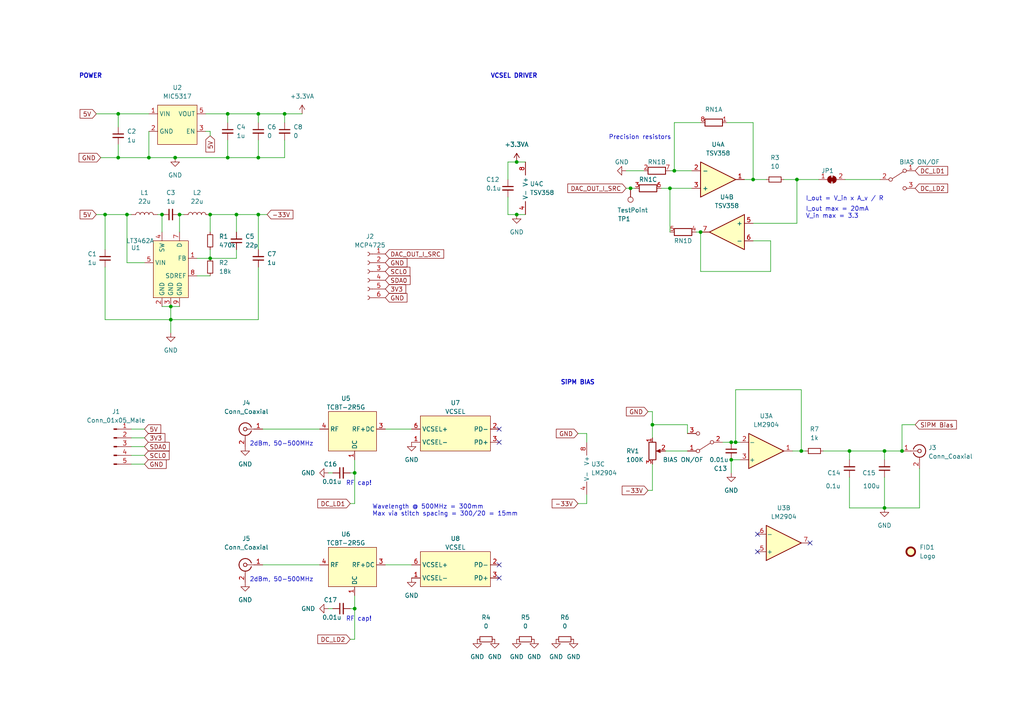
<source format=kicad_sch>
(kicad_sch (version 20211123) (generator eeschema)
  (paper "A4")
  (title_block (title "FD-fNIRS") (date "2022-03-18") (rev "1") (comment 1 "rohitrathnam.n@gmail.com") (comment 2 "Rohit Rathnam Nareshkumar"))
  (lib_symbols
    (symbol "Amplifier_Operational:LM2904" (pin_names (offset 0.127))
      (property "Reference" "U" (at 0 5.08 0))
      (property "Value" "LM2904" (at 0 -5.08 0))
      (symbol "LM2904_1_1"
        (polyline (pts (xy -5.08 5.08) (xy 5.08 0) (xy -5.08 -5.08) (xy -5.08 5.08)) (stroke (width 0.254)) (fill (type background)))
        (pin output line (at 7.62 0 180) (length 2.54) (name "~") (number "1"))
        (pin input line (at -7.62 -2.54 0) (length 2.54) (name "-") (number "2"))
        (pin input line (at -7.62 2.54 0) (length 2.54) (name "+") (number "3"))
      )
      (symbol "LM2904_2_1"
        (polyline (pts (xy -5.08 5.08) (xy 5.08 0) (xy -5.08 -5.08) (xy -5.08 5.08)) (stroke (width 0.254)) (fill (type background)))
        (pin input line (at -7.62 2.54 0) (length 2.54) (name "+") (number "5"))
        (pin input line (at -7.62 -2.54 0) (length 2.54) (name "-") (number "6"))
        (pin output line (at 7.62 0 180) (length 2.54) (name "~") (number "7"))
      )
      (symbol "LM2904_3_1"
        (pin power_in line (at -2.54 -7.62 90) (length 3.81) (name "V-") (number "4"))
        (pin power_in line (at -2.54 7.62 270) (length 3.81) (name "V+") (number "8"))
      )
    )
    (symbol "Connector:Conn_01x05_Male" (pin_names (offset 1.016) hide)
      (property "Reference" "J" (at 0 7.62 0))
      (property "Value" "Conn_01x05_Male" (at 0 -7.62 0))
      (symbol "Conn_01x05_Male_1_1"
        (polyline (pts (xy 1.27 -5.08) (xy 0.8636 -5.08)) (stroke (width 0.1524)))
        (polyline (pts (xy 1.27 -2.54) (xy 0.8636 -2.54)) (stroke (width 0.1524)))
        (polyline (pts (xy 1.27 0) (xy 0.8636 0)) (stroke (width 0.1524)))
        (polyline (pts (xy 1.27 2.54) (xy 0.8636 2.54)) (stroke (width 0.1524)))
        (polyline (pts (xy 1.27 5.08) (xy 0.8636 5.08)) (stroke (width 0.1524)))
        (rectangle (start 0.8636 -4.953) (end 0 -5.207) (stroke (width 0.1524)) (fill (type outline)))
        (rectangle (start 0.8636 -2.413) (end 0 -2.667) (stroke (width 0.1524)) (fill (type outline)))
        (rectangle (start 0.8636 0.127) (end 0 -0.127) (stroke (width 0.1524)) (fill (type outline)))
        (rectangle (start 0.8636 2.667) (end 0 2.413) (stroke (width 0.1524)) (fill (type outline)))
        (rectangle (start 0.8636 5.207) (end 0 4.953) (stroke (width 0.1524)) (fill (type outline)))
        (pin passive line (at 5.08 5.08 180) (length 3.81) (name "Pin_1") (number "1"))
        (pin passive line (at 5.08 2.54 180) (length 3.81) (name "Pin_2") (number "2"))
        (pin passive line (at 5.08 0 180) (length 3.81) (name "Pin_3") (number "3"))
        (pin passive line (at 5.08 -2.54 180) (length 3.81) (name "Pin_4") (number "4"))
        (pin passive line (at 5.08 -5.08 180) (length 3.81) (name "Pin_5") (number "5"))
      )
    )
    (symbol "Connector:Conn_01x06_Female" (pin_names (offset 1.016) hide)
      (property "Reference" "J" (at 0 7.62 0))
      (property "Value" "Conn_01x06_Female" (at 0 -10.16 0))
      (symbol "Conn_01x06_Female_1_1"
        (arc (start 0 -7.112) (mid -0.508 -7.62) (end 0 -8.128) (stroke (width 0.1524)))
        (arc (start 0 -4.572) (mid -0.508 -5.08) (end 0 -5.588) (stroke (width 0.1524)))
        (arc (start 0 -2.032) (mid -0.508 -2.54) (end 0 -3.048) (stroke (width 0.1524)))
        (polyline (pts (xy -1.27 -7.62) (xy -0.508 -7.62)) (stroke (width 0.1524)))
        (polyline (pts (xy -1.27 -5.08) (xy -0.508 -5.08)) (stroke (width 0.1524)))
        (polyline (pts (xy -1.27 -2.54) (xy -0.508 -2.54)) (stroke (width 0.1524)))
        (polyline (pts (xy -1.27 0) (xy -0.508 0)) (stroke (width 0.1524)))
        (polyline (pts (xy -1.27 2.54) (xy -0.508 2.54)) (stroke (width 0.1524)))
        (polyline (pts (xy -1.27 5.08) (xy -0.508 5.08)) (stroke (width 0.1524)))
        (arc (start 0 0.508) (mid -0.508 0) (end 0 -0.508) (stroke (width 0.1524)))
        (arc (start 0 3.048) (mid -0.508 2.54) (end 0 2.032) (stroke (width 0.1524)))
        (arc (start 0 5.588) (mid -0.508 5.08) (end 0 4.572) (stroke (width 0.1524)))
        (pin passive line (at -5.08 5.08 0) (length 3.81) (name "Pin_1") (number "1"))
        (pin passive line (at -5.08 2.54 0) (length 3.81) (name "Pin_2") (number "2"))
        (pin passive line (at -5.08 0 0) (length 3.81) (name "Pin_3") (number "3"))
        (pin passive line (at -5.08 -2.54 0) (length 3.81) (name "Pin_4") (number "4"))
        (pin passive line (at -5.08 -5.08 0) (length 3.81) (name "Pin_5") (number "5"))
        (pin passive line (at -5.08 -7.62 0) (length 3.81) (name "Pin_6") (number "6"))
      )
    )
    (symbol "Connector:Conn_Coaxial" (pin_names (offset 1.016) hide)
      (property "Reference" "J" (at 0.254 3.048 0))
      (property "Value" "Conn_Coaxial" (at 2.921 0 90))
      (symbol "Conn_Coaxial_0_1"
        (arc (start -1.778 -0.508) (mid 0.222 -1.808) (end 1.778 0) (stroke (width 0.254)))
        (polyline (pts (xy -2.54 0) (xy -0.508 0)))
        (polyline (pts (xy 0 -2.54) (xy 0 -1.778)))
        (circle (center 0 0) (radius 0.508) (stroke (width 0.2032)))
        (arc (start 1.778 0) (mid 0.222 1.8083) (end -1.778 0.508) (stroke (width 0.254)))
      )
      (symbol "Conn_Coaxial_1_1"
        (pin passive line (at -5.08 0 0) (length 2.54) (name "In") (number "1"))
        (pin passive line (at 0 -5.08 90) (length 2.54) (name "Ext") (number "2"))
      )
    )
    (symbol "Connector:TestPoint" (pin_numbers hide) (pin_names (offset 0.762) hide)
      (property "Reference" "TP" (at 0 6.858 0))
      (property "Value" "TestPoint" (at 0 5.08 0))
      (symbol "TestPoint_0_1"
        (circle (center 0 3.302) (radius 0.762))
      )
      (symbol "TestPoint_1_1"
        (pin passive line (at 0 0 90) (length 2.54) (name "1") (number "1"))
      )
    )
    (symbol "Device:C_Small" (pin_numbers hide) (pin_names (offset 0.254) hide)
      (property "Reference" "C" (at 0.254 1.778 0))
      (property "Value" "C_Small" (at 0.254 -2.032 0))
      (symbol "C_Small_0_1"
        (polyline (pts (xy -1.524 -0.508) (xy 1.524 -0.508)) (stroke (width 0.3302)))
        (polyline (pts (xy -1.524 0.508) (xy 1.524 0.508)) (stroke (width 0.3048)))
      )
      (symbol "C_Small_1_1"
        (pin passive line (at 0 2.54 270) (length 2.032) (name "~") (number "1"))
        (pin passive line (at 0 -2.54 90) (length 2.032) (name "~") (number "2"))
      )
    )
    (symbol "Device:L" (pin_numbers hide) (pin_names (offset 1.016) hide)
      (property "Reference" "L" (at -1.27 0 90))
      (property "Value" "L" (at 1.905 0 90))
      (symbol "L_0_1"
        (arc (start 0 -2.54) (mid 0.635 -1.905) (end 0 -1.27))
        (arc (start 0 -1.27) (mid 0.635 -0.635) (end 0 0))
        (arc (start 0 0) (mid 0.635 0.635) (end 0 1.27))
        (arc (start 0 1.27) (mid 0.635 1.905) (end 0 2.54))
      )
      (symbol "L_1_1"
        (pin passive line (at 0 3.81 270) (length 1.27) (name "1") (number "1"))
        (pin passive line (at 0 -3.81 90) (length 1.27) (name "2") (number "2"))
      )
    )
    (symbol "Device:R_Potentiometer" (pin_names (offset 1.016) hide)
      (property "Reference" "RV" (at -4.445 0 90))
      (property "Value" "R_Potentiometer" (at -2.54 0 90))
      (symbol "R_Potentiometer_0_1"
        (polyline (pts (xy 2.54 0) (xy 1.524 0)))
        (polyline (pts (xy 1.143 0) (xy 2.286 0.508) (xy 2.286 -0.508) (xy 1.143 0)) (fill (type outline)))
        (rectangle (start 1.016 2.54) (end -1.016 -2.54) (stroke (width 0.254)))
      )
      (symbol "R_Potentiometer_1_1"
        (pin passive line (at 0 3.81 270) (length 1.27) (name "1") (number "1"))
        (pin passive line (at 3.81 0 180) (length 1.27) (name "2") (number "2"))
        (pin passive line (at 0 -3.81 90) (length 1.27) (name "3") (number "3"))
      )
    )
    (symbol "Device:R_Small" (pin_numbers hide) (pin_names (offset 0.254) hide)
      (property "Reference" "R" (at 0.762 0.508 0))
      (property "Value" "R_Small" (at 0.762 -1.016 0))
      (symbol "R_Small_0_1"
        (rectangle (start -0.762 1.778) (end 0.762 -1.778) (stroke (width 0.2032)))
      )
      (symbol "R_Small_1_1"
        (pin passive line (at 0 2.54 270) (length 0.762) (name "~") (number "1"))
        (pin passive line (at 0 -2.54 90) (length 0.762) (name "~") (number "2"))
      )
    )
    (symbol "Jumper:SolderJumper_2_Bridged" (pin_names (offset 0) hide)
      (property "Reference" "JP" (at 0 2.032 0))
      (property "Value" "SolderJumper_2_Bridged" (at 0 -2.54 0))
      (symbol "SolderJumper_2_Bridged_0_1"
        (rectangle (start -0.508 0.508) (end 0.508 -0.508) (fill (type outline)))
        (arc (start -0.254 1.016) (mid -1.27 0) (end -0.254 -1.016))
        (arc (start -0.254 1.016) (mid -1.27 0) (end -0.254 -1.016) (fill (type outline)))
        (polyline (pts (xy -0.254 1.016) (xy -0.254 -1.016)))
        (polyline (pts (xy 0.254 1.016) (xy 0.254 -1.016)))
        (arc (start 0.254 -1.016) (mid 1.27 0) (end 0.254 1.016))
        (arc (start 0.254 -1.016) (mid 1.27 0) (end 0.254 1.016) (fill (type outline)))
      )
      (symbol "SolderJumper_2_Bridged_1_1"
        (pin passive line (at -3.81 0 0) (length 2.54) (name "A") (number "1"))
        (pin passive line (at 3.81 0 180) (length 2.54) (name "B") (number "2"))
      )
    )
    (symbol "Mechanical:Fiducial"
      (property "Reference" "FID" (at 0 5.08 0))
      (property "Value" "Fiducial" (at 0 3.175 0))
      (symbol "Fiducial_0_1"
        (circle (center 0 0) (radius 1.27) (stroke (width 0.508)) (fill (type background)))
      )
    )
    (symbol "Switch:SW_DPDT_x2" (pin_names (offset 0) hide)
      (property "Reference" "SW" (at 0 4.318 0))
      (property "Value" "SW_DPDT_x2" (at 0 -5.08 0))
      (symbol "SW_DPDT_x2_0_0"
        (circle (center -2.032 0) (radius 0.508))
        (circle (center 2.032 -2.54) (radius 0.508))
      )
      (symbol "SW_DPDT_x2_0_1"
        (polyline (pts (xy -1.524 0.254) (xy 1.651 2.286)))
        (circle (center 2.032 2.54) (radius 0.508))
      )
      (symbol "SW_DPDT_x2_1_1"
        (pin passive line (at 5.08 2.54 180) (length 2.54) (name "A") (number "1"))
        (pin passive line (at -5.08 0 0) (length 2.54) (name "B") (number "2"))
        (pin passive line (at 5.08 -2.54 180) (length 2.54) (name "C") (number "3"))
      )
      (symbol "SW_DPDT_x2_2_1"
        (pin passive line (at 5.08 2.54 180) (length 2.54) (name "A") (number "4"))
        (pin passive line (at -5.08 0 0) (length 2.54) (name "B") (number "5"))
        (pin passive line (at 5.08 -2.54 180) (length 2.54) (name "C") (number "6"))
      )
    )
    (symbol "fd-fnir:LT3462A"
      (property "Reference" "U" (at -7.62 15.24 0))
      (property "Value" "LT3462A" (at -3.81 12.7 0))
      (symbol "LT3462A_0_1"
        (rectangle (start -5.08 5.08) (end 5.08 -11.43) (fill (type background)))
      )
      (symbol "LT3462A_1_1"
        (pin input line (at 7.62 0 180) (length 2.54) (name "FB") (number "1"))
        (pin input line (at -2.54 -13.97 90) (length 2.54) (name "GND") (number "2"))
        (pin input line (at 0 -13.97 90) (length 2.54) (name "GND") (number "3"))
        (pin input line (at -2.54 7.62 270) (length 2.54) (name "SW") (number "4"))
        (pin input line (at -7.62 -1.27 0) (length 2.54) (name "VIN") (number "5"))
        (pin no_connect line (at -7.62 -5.08 0) (length 2.54) hide (name "NC") (number "6"))
        (pin input line (at 2.54 7.62 270) (length 2.54) (name "D") (number "7"))
        (pin input line (at 7.62 -5.08 180) (length 2.54) (name "SDREF") (number "8"))
        (pin input line (at 2.54 -13.97 90) (length 2.54) (name "GND") (number "9"))
      )
    )
    (symbol "fd-fnir:MIC5317"
      (property "Reference" "U" (at -3.81 8.89 0))
      (property "Value" "MIC5317" (at 0 6.35 0))
      (symbol "MIC5317_0_1"
        (rectangle (start 6.35 -8.89) (end -5.08 2.54) (fill (type background)))
      )
      (symbol "MIC5317_1_1"
        (pin passive line (at -7.62 0 0) (length 2.54) (name "VIN") (number "1"))
        (pin passive line (at -7.62 -5.08 0) (length 2.54) (name "GND") (number "2"))
        (pin passive line (at 8.89 -5.08 180) (length 2.54) (name "EN") (number "3"))
        (pin no_connect line (at -2.54 -12.7 180) (length 2.54) hide (name "NC") (number "4"))
        (pin passive line (at 8.89 0 180) (length 2.54) (name "VOUT") (number "5"))
      )
    )
    (symbol "fd-fnir:R_Pack04_SIP_Split" (pin_names (offset 0) hide)
      (property "Reference" "RN" (at 2.032 0 90))
      (property "Value" "R_Pack04_SIP_Split" (at 0 0 90))
      (symbol "R_Pack04_SIP_Split_0_1"
        (rectangle (start 1.016 2.54) (end -1.016 -2.54) (stroke (width 0.254)))
      )
      (symbol "R_Pack04_SIP_Split_1_1"
        (pin passive line (at 0 -3.81 90) (length 1.27) (name "R1.1") (number "1"))
        (pin passive line (at 0 3.81 270) (length 1.27) (name "R1.2") (number "8"))
      )
      (symbol "R_Pack04_SIP_Split_2_1"
        (pin passive line (at 0 -3.81 90) (length 1.27) (name "R2.1") (number "2"))
        (pin passive line (at 0 3.81 270) (length 1.27) (name "R2.2") (number "7"))
      )
      (symbol "R_Pack04_SIP_Split_3_1"
        (pin passive line (at 0 -3.81 90) (length 1.27) (name "R3.1") (number "3"))
        (pin passive line (at 0 3.81 270) (length 1.27) (name "R3.2") (number "6"))
      )
      (symbol "R_Pack04_SIP_Split_4_1"
        (pin passive line (at 0 -3.81 90) (length 1.27) (name "R4.1") (number "4"))
        (pin passive line (at 0 3.81 270) (length 1.27) (name "R4.2") (number "5"))
      )
    )
    (symbol "fd-fnir:TCBT-2R5G"
      (property "Reference" "U" (at -7.62 7.62 0))
      (property "Value" "TCBT-2R5G" (at -2.54 10.16 0))
      (symbol "TCBT-2R5G_0_1"
        (rectangle (start -7.62 6.35) (end 6.35 -5.08) (fill (type background)))
      )
      (symbol "TCBT-2R5G_1_1"
        (pin input line (at 0 -7.62 90) (length 2.54) (name "DC") (number "1"))
        (pin no_connect line (at 0 11.43 0) (length 2.54) hide (name "NC") (number "2"))
        (pin output line (at 8.89 1.27 180) (length 2.54) (name "RF+DC") (number "3"))
        (pin input line (at -10.16 1.27 0) (length 2.54) (name "RF") (number "4"))
      )
    )
    (symbol "fd-fnir:TSV358"
      (property "Reference" "U" (at 0 5.08 0))
      (property "Value" "TSV358" (at 0 -5.08 0))
      (symbol "TSV358_1_1"
        (polyline (pts (xy -5.08 5.08) (xy 5.08 0) (xy -5.08 -5.08) (xy -5.08 5.08)) (stroke (width 0.254)) (fill (type background)))
        (pin output line (at 7.62 0 180) (length 2.54) (name "~") (number "1"))
        (pin input line (at -7.62 -2.54 0) (length 2.54) (name "-") (number "2"))
        (pin input line (at -7.62 2.54 0) (length 2.54) (name "+") (number "3"))
      )
      (symbol "TSV358_2_1"
        (polyline (pts (xy -5.08 5.08) (xy 5.08 0) (xy -5.08 -5.08) (xy -5.08 5.08)) (stroke (width 0.254)) (fill (type background)))
        (pin input line (at -7.62 2.54 0) (length 2.54) (name "+") (number "5"))
        (pin input line (at -7.62 -2.54 0) (length 2.54) (name "-") (number "6"))
        (pin output line (at 7.62 0 180) (length 2.54) (name "~") (number "7"))
      )
      (symbol "TSV358_3_1"
        (pin power_in line (at -2.54 -7.62 90) (length 3.81) (name "V-") (number "4"))
        (pin power_in line (at -2.54 7.62 270) (length 3.81) (name "V+") (number "8"))
      )
    )
    (symbol "fd-fnir:VCSEL"
      (property "Reference" "U" (at -10.16 8.89 0))
      (property "Value" "VCSEL" (at -7.62 6.35 0))
      (symbol "VCSEL_0_1"
        (rectangle (start -10.16 3.81) (end 10.16 -6.35) (fill (type background)))
      )
      (symbol "VCSEL_1_1"
        (pin input line (at -12.7 -3.81 0) (length 2.54) (name "VCSEL-") (number "1"))
        (pin input line (at 12.7 0 180) (length 2.54) (name "PD-") (number "2"))
        (pin input line (at 12.7 -3.81 180) (length 2.54) (name "PD+") (number "3"))
        (pin input line (at 2.54 -8.89 90) (length 2.54) hide (name "NC") (number "4"))
        (pin input line (at 0 -8.89 90) (length 2.54) hide (name "NC") (number "5"))
        (pin input line (at -12.7 0 0) (length 2.54) (name "VCSEL+") (number "6"))
      )
    )
    (symbol "power:+3.3VA" (power) (pin_names (offset 0))
      (property "Value" "+3.3VA" (at 0 3.556 0))
      (symbol "+3.3VA_0_1"
        (polyline (pts (xy -0.762 1.27) (xy 0 2.54)))
        (polyline (pts (xy 0 0) (xy 0 2.54)))
        (polyline (pts (xy 0 2.54) (xy 0.762 1.27)))
      )
      (symbol "+3.3VA_1_1"
        (pin power_in line (at 0 0 90) (length 0) hide (name "+3.3VA") (number "1"))
      )
    )
    (symbol "power:GND" (power) (pin_names (offset 0))
      (property "Value" "GND" (at 0 -3.81 0))
      (symbol "GND_0_1"
        (polyline (pts (xy 0 0) (xy 0 -1.27) (xy 1.27 -1.27) (xy 0 -2.54) (xy -1.27 -1.27) (xy 0 -1.27)))
      )
      (symbol "GND_1_1"
        (pin power_in line (at 0 0 270) (length 0) hide (name "GND") (number "1"))
      )
    )
  )
  (junction (at 212.09 133.35))
  (junction (at 82.55 33.02))
  (junction (at 231.14 52.07))
  (junction (at 149.86 46.99))
  (junction (at 68.58 62.23))
  (junction (at 49.53 88.9))
  (junction (at 30.48 62.23))
  (junction (at 34.29 45.72))
  (junction (at 34.29 33.02))
  (junction (at 213.36 128.27))
  (junction (at 60.96 62.23))
  (junction (at 203.2 67.31))
  (junction (at 46.99 62.23))
  (junction (at 218.44 52.07))
  (junction (at 256.54 130.81))
  (junction (at 189.23 123.19))
  (junction (at 50.8 45.72))
  (junction (at 60.96 74.93))
  (junction (at 49.53 92.71))
  (junction (at 212.09 128.27))
  (junction (at 102.87 137.16))
  (junction (at 74.93 45.72))
  (junction (at 36.83 62.23))
  (junction (at 149.86 62.23))
  (junction (at 66.04 33.02))
  (junction (at 232.41 130.81))
  (junction (at 195.58 49.53))
  (junction (at 74.93 33.02))
  (junction (at 52.07 62.23))
  (junction (at 102.87 176.53))
  (junction (at 182.88 54.61))
  (junction (at 66.04 45.72))
  (junction (at 261.62 130.81))
  (junction (at 43.18 45.72))
  (junction (at 194.31 54.61))
  (junction (at 246.38 130.81))
  (junction (at 256.54 147.32))
  (junction (at 74.93 62.23))
  (no_connect (at 219.71 160.02))
  (no_connect (at 219.71 154.94))
  (no_connect (at 234.95 157.48))
  (no_connect (at 144.78 128.27))
  (no_connect (at 144.78 124.46))
  (no_connect (at 144.78 167.64))
  (no_connect (at 144.78 163.83))
  (wire (pts (xy 66.04 33.02) (xy 74.93 33.02)))
  (wire (pts (xy 189.23 134.62) (xy 189.23 142.24)))
  (wire (pts (xy 30.48 77.47) (xy 30.48 92.71)))
  (wire (pts (xy 212.09 133.35) (xy 212.09 137.16)))
  (wire (pts (xy 76.2 124.46) (xy 92.71 124.46)))
  (wire (pts (xy 38.1 132.08) (xy 41.91 132.08)))
  (wire (pts (xy 102.87 176.53) (xy 102.87 172.72)))
  (wire (pts (xy 30.48 72.39) (xy 30.48 62.23)))
  (wire (pts (xy 191.77 54.61) (xy 194.31 54.61)))
  (wire (pts (xy 167.64 146.05) (xy 170.18 146.05)))
  (wire (pts (xy 231.14 64.77) (xy 231.14 52.07)))
  (wire (pts (xy 189.23 123.19) (xy 189.23 127)))
  (wire (pts (xy 246.38 130.81) (xy 256.54 130.81)))
  (wire (pts (xy 68.58 67.31) (xy 68.58 62.23)))
  (wire (pts (xy 60.96 38.1) (xy 60.96 39.37)))
  (wire (pts (xy 74.93 40.64) (xy 74.93 45.72)))
  (wire (pts (xy 189.23 142.24) (xy 187.96 142.24)))
  (wire (pts (xy 212.09 133.35) (xy 214.63 133.35)))
  (wire (pts (xy 256.54 147.32) (xy 266.7 147.32)))
  (wire (pts (xy 68.58 62.23) (xy 60.96 62.23)))
  (wire (pts (xy 181.61 49.53) (xy 186.69 49.53)))
  (wire (pts (xy 261.62 123.19) (xy 261.62 130.81)))
  (wire (pts (xy 74.93 92.71) (xy 49.53 92.71)))
  (wire (pts (xy 30.48 92.71) (xy 49.53 92.71)))
  (wire (pts (xy 82.55 33.02) (xy 87.63 33.02)))
  (wire (pts (xy 167.64 125.73) (xy 170.18 125.73)))
  (wire (pts (xy 246.38 138.43) (xy 246.38 147.32)))
  (wire (pts (xy 50.8 45.72) (xy 66.04 45.72)))
  (wire (pts (xy 256.54 147.32) (xy 246.38 147.32)))
  (wire (pts (xy 213.36 113.03) (xy 232.41 113.03)))
  (wire (pts (xy 38.1 124.46) (xy 41.91 124.46)))
  (wire (pts (xy 59.69 38.1) (xy 60.96 38.1)))
  (wire (pts (xy 147.32 46.99) (xy 149.86 46.99)))
  (wire (pts (xy 215.9 52.07) (xy 218.44 52.07)))
  (wire (pts (xy 218.44 52.07) (xy 222.25 52.07)))
  (wire (pts (xy 66.04 45.72) (xy 74.93 45.72)))
  (wire (pts (xy 218.44 35.56) (xy 218.44 52.07)))
  (wire (pts (xy 82.55 40.64) (xy 82.55 45.72)))
  (wire (pts (xy 147.32 62.23) (xy 149.86 62.23)))
  (wire (pts (xy 74.93 45.72) (xy 82.55 45.72)))
  (wire (pts (xy 232.41 130.81) (xy 233.68 130.81)))
  (wire (pts (xy 203.2 78.74) (xy 203.2 67.31)))
  (wire (pts (xy 182.88 54.61) (xy 184.15 54.61)))
  (wire (pts (xy 57.15 74.93) (xy 60.96 74.93)))
  (wire (pts (xy 102.87 185.42) (xy 102.87 176.53)))
  (wire (pts (xy 59.69 33.02) (xy 66.04 33.02)))
  (wire (pts (xy 46.99 88.9) (xy 49.53 88.9)))
  (wire (pts (xy 261.62 123.19) (xy 265.43 123.19)))
  (wire (pts (xy 256.54 130.81) (xy 256.54 133.35)))
  (wire (pts (xy 256.54 138.43) (xy 256.54 147.32)))
  (wire (pts (xy 147.32 57.15) (xy 147.32 62.23)))
  (wire (pts (xy 38.1 127) (xy 41.91 127)))
  (wire (pts (xy 27.94 33.02) (xy 34.29 33.02)))
  (wire (pts (xy 102.87 133.35) (xy 102.87 137.16)))
  (wire (pts (xy 229.87 130.81) (xy 232.41 130.81)))
  (wire (pts (xy 38.1 134.62) (xy 41.91 134.62)))
  (wire (pts (xy 45.72 62.23) (xy 46.99 62.23)))
  (wire (pts (xy 95.25 176.53) (xy 96.52 176.53)))
  (wire (pts (xy 68.58 72.39) (xy 68.58 74.93)))
  (wire (pts (xy 60.96 62.23) (xy 60.96 67.31)))
  (wire (pts (xy 194.31 54.61) (xy 200.66 54.61)))
  (wire (pts (xy 245.11 52.07) (xy 255.27 52.07)))
  (wire (pts (xy 102.87 146.05) (xy 102.87 137.16)))
  (wire (pts (xy 111.76 124.46) (xy 119.38 124.46)))
  (wire (pts (xy 152.4 46.99) (xy 149.86 46.99)))
  (wire (pts (xy 36.83 76.2) (xy 36.83 62.23)))
  (wire (pts (xy 152.4 62.23) (xy 149.86 62.23)))
  (wire (pts (xy 34.29 36.83) (xy 34.29 33.02)))
  (wire (pts (xy 213.36 128.27) (xy 213.36 113.03)))
  (wire (pts (xy 74.93 33.02) (xy 74.93 35.56)))
  (wire (pts (xy 82.55 33.02) (xy 82.55 35.56)))
  (wire (pts (xy 52.07 62.23) (xy 53.34 62.23)))
  (wire (pts (xy 227.33 52.07) (xy 231.14 52.07)))
  (wire (pts (xy 74.93 33.02) (xy 82.55 33.02)))
  (wire (pts (xy 43.18 38.1) (xy 43.18 45.72)))
  (wire (pts (xy 231.14 52.07) (xy 237.49 52.07)))
  (wire (pts (xy 46.99 62.23) (xy 46.99 67.31)))
  (wire (pts (xy 209.55 128.27) (xy 212.09 128.27)))
  (wire (pts (xy 194.31 54.61) (xy 194.31 67.31)))
  (wire (pts (xy 74.93 62.23) (xy 68.58 62.23)))
  (wire (pts (xy 199.39 123.19) (xy 199.39 125.73)))
  (wire (pts (xy 29.21 45.72) (xy 34.29 45.72)))
  (wire (pts (xy 66.04 45.72) (xy 66.04 40.64)))
  (wire (pts (xy 181.61 54.61) (xy 182.88 54.61)))
  (wire (pts (xy 34.29 33.02) (xy 43.18 33.02)))
  (wire (pts (xy 195.58 49.53) (xy 200.66 49.53)))
  (wire (pts (xy 189.23 119.38) (xy 189.23 123.19)))
  (wire (pts (xy 246.38 130.81) (xy 246.38 133.35)))
  (wire (pts (xy 187.96 119.38) (xy 189.23 119.38)))
  (wire (pts (xy 52.07 62.23) (xy 52.07 67.31)))
  (wire (pts (xy 43.18 45.72) (xy 50.8 45.72)))
  (wire (pts (xy 76.2 163.83) (xy 92.71 163.83)))
  (wire (pts (xy 189.23 123.19) (xy 199.39 123.19)))
  (wire (pts (xy 101.6 176.53) (xy 102.87 176.53)))
  (wire (pts (xy 218.44 69.85) (xy 223.52 69.85)))
  (wire (pts (xy 49.53 88.9) (xy 49.53 92.71)))
  (wire (pts (xy 201.93 67.31) (xy 203.2 67.31)))
  (wire (pts (xy 66.04 33.02) (xy 66.04 35.56)))
  (wire (pts (xy 60.96 72.39) (xy 60.96 74.93)))
  (wire (pts (xy 101.6 137.16) (xy 102.87 137.16)))
  (wire (pts (xy 195.58 35.56) (xy 203.2 35.56)))
  (wire (pts (xy 210.82 35.56) (xy 218.44 35.56)))
  (wire (pts (xy 34.29 41.91) (xy 34.29 45.72)))
  (wire (pts (xy 74.93 77.47) (xy 74.93 92.71)))
  (wire (pts (xy 193.04 130.81) (xy 199.39 130.81)))
  (wire (pts (xy 223.52 78.74) (xy 223.52 69.85)))
  (wire (pts (xy 101.6 146.05) (xy 102.87 146.05)))
  (wire (pts (xy 203.2 78.74) (xy 223.52 78.74)))
  (wire (pts (xy 111.76 163.83) (xy 119.38 163.83)))
  (wire (pts (xy 194.31 49.53) (xy 195.58 49.53)))
  (wire (pts (xy 218.44 64.77) (xy 231.14 64.77)))
  (wire (pts (xy 38.1 129.54) (xy 41.91 129.54)))
  (wire (pts (xy 256.54 130.81) (xy 261.62 130.81)))
  (wire (pts (xy 170.18 125.73) (xy 170.18 128.27)))
  (wire (pts (xy 49.53 92.71) (xy 49.53 96.52)))
  (wire (pts (xy 49.53 88.9) (xy 52.07 88.9)))
  (wire (pts (xy 27.94 62.23) (xy 30.48 62.23)))
  (wire (pts (xy 68.58 74.93) (xy 60.96 74.93)))
  (wire (pts (xy 212.09 128.27) (xy 213.36 128.27)))
  (wire (pts (xy 266.7 135.89) (xy 266.7 147.32)))
  (wire (pts (xy 74.93 62.23) (xy 77.47 62.23)))
  (wire (pts (xy 34.29 45.72) (xy 43.18 45.72)))
  (wire (pts (xy 238.76 130.81) (xy 246.38 130.81)))
  (wire (pts (xy 147.32 52.07) (xy 147.32 46.99)))
  (wire (pts (xy 232.41 113.03) (xy 232.41 130.81)))
  (wire (pts (xy 57.15 80.01) (xy 60.96 80.01)))
  (wire (pts (xy 195.58 35.56) (xy 195.58 49.53)))
  (wire (pts (xy 95.25 137.16) (xy 96.52 137.16)))
  (wire (pts (xy 101.6 185.42) (xy 102.87 185.42)))
  (wire (pts (xy 36.83 62.23) (xy 38.1 62.23)))
  (wire (pts (xy 170.18 143.51) (xy 170.18 146.05)))
  (wire (pts (xy 41.91 76.2) (xy 36.83 76.2)))
  (wire (pts (xy 213.36 128.27) (xy 214.63 128.27)))
  (wire (pts (xy 74.93 72.39) (xy 74.93 62.23)))
  (wire (pts (xy 30.48 62.23) (xy 36.83 62.23)))
  (text "Wavelength @ 500MHz = 300mm\nMax via stitch spacing = 300/20 = 15mm" (at 107.95 149.86 0) (effects (font (size 1.27 1.27)) (justify left bottom)))
  (text "2dBm, 50-500MHz" (at 72.39 129.54 0) (effects (font (size 1.27 1.27)) (justify left bottom)))
  (text "I_out = V_in x A_v / R" (at 233.68 58.42 0) (effects (font (size 1.27 1.27)) (justify left bottom)))
  (text "2dBm, 50-500MHz" (at 72.39 168.91 0) (effects (font (size 1.27 1.27)) (justify left bottom)))
  (text "VCSEL DRIVER" (at 142.24 22.86 0) (effects (font (size 1.27 1.27) bold) (justify left bottom)))
  (text "RF cap!" (at 100.33 140.97 0) (effects (font (size 1.27 1.27)) (justify left bottom)))
  (text "POWER" (at 22.86 22.86 0) (effects (font (size 1.27 1.27) (thickness 0.254) bold) (justify left bottom)))
  (text "SiPM BIAS" (at 162.56 111.76 0) (effects (font (size 1.27 1.27) bold) (justify left bottom)))
  (text "RF cap!" (at 100.33 180.34 0) (effects (font (size 1.27 1.27)) (justify left bottom)))
  (text "I_out max = 20mA\nV_in max = 3.3" (at 233.68 63.5 0) (effects (font (size 1.27 1.27)) (justify left bottom)))
  (text "Precision resistors" (at 176.53 40.64 0) (effects (font (size 1.27 1.27)) (justify left bottom)))
  (global_label "DC_LD2" (shape input) (at 265.43 54.61 0) (property "Intersheet References" "${INTERSHEET_REFS}" (effects hide)))
  (global_label "-33V" (shape input) (at 77.47 62.23 0) (property "Intersheet References" "${INTERSHEET_REFS}" (effects hide)))
  (global_label "SDA0" (shape input) (at 41.91 129.54 0) (property "Intersheet References" "${INTERSHEET_REFS}" (effects hide)))
  (global_label "GND" (shape input) (at 111.76 76.2 0) (property "Intersheet References" "${INTERSHEET_REFS}" (effects hide)))
  (global_label "SCL0" (shape input) (at 111.76 78.74 0) (property "Intersheet References" "${INTERSHEET_REFS}" (effects hide)))
  (global_label "DC_LD1" (shape input) (at 101.6 146.05 180) (property "Intersheet References" "${INTERSHEET_REFS}" (effects hide)))
  (global_label "SCL0" (shape input) (at 41.91 132.08 0) (property "Intersheet References" "${INTERSHEET_REFS}" (effects hide)))
  (global_label "DAC_OUT_I_SRC" (shape input) (at 111.76 73.66 0) (property "Intersheet References" "${INTERSHEET_REFS}" (effects hide)))
  (global_label "3V3" (shape input) (at 111.76 83.82 0) (property "Intersheet References" "${INTERSHEET_REFS}" (effects hide)))
  (global_label "SDA0" (shape input) (at 111.76 81.28 0) (property "Intersheet References" "${INTERSHEET_REFS}" (effects hide)))
  (global_label "5V" (shape input) (at 41.91 124.46 0) (property "Intersheet References" "${INTERSHEET_REFS}" (effects hide)))
  (global_label "3V3" (shape input) (at 41.91 127 0) (property "Intersheet References" "${INTERSHEET_REFS}" (effects hide)))
  (global_label "5V" (shape input) (at 60.96 39.37 270) (property "Intersheet References" "${INTERSHEET_REFS}" (effects hide)))
  (global_label "DAC_OUT_I_SRC" (shape input) (at 181.61 54.61 180) (property "Intersheet References" "${INTERSHEET_REFS}" (effects hide)))
  (global_label "-33V" (shape input) (at 167.64 146.05 180) (property "Intersheet References" "${INTERSHEET_REFS}" (effects hide)))
  (global_label "GND" (shape input) (at 167.64 125.73 180) (property "Intersheet References" "${INTERSHEET_REFS}" (effects hide)))
  (global_label "DC_LD1" (shape input) (at 265.43 49.53 0) (property "Intersheet References" "${INTERSHEET_REFS}" (effects hide)))
  (global_label "SiPM Bias" (shape input) (at 265.43 123.19 0) (property "Intersheet References" "${INTERSHEET_REFS}" (effects hide)))
  (global_label "GND" (shape input) (at 29.21 45.72 180) (property "Intersheet References" "${INTERSHEET_REFS}" (effects hide)))
  (global_label "GND" (shape input) (at 187.96 119.38 180) (property "Intersheet References" "${INTERSHEET_REFS}" (effects hide)))
  (global_label "DC_LD2" (shape input) (at 101.6 185.42 180) (property "Intersheet References" "${INTERSHEET_REFS}" (effects hide)))
  (global_label "5V" (shape input) (at 27.94 33.02 180) (property "Intersheet References" "${INTERSHEET_REFS}" (effects hide)))
  (global_label "-33V" (shape input) (at 187.96 142.24 180) (property "Intersheet References" "${INTERSHEET_REFS}" (effects hide)))
  (global_label "GND" (shape input) (at 41.91 134.62 0) (property "Intersheet References" "${INTERSHEET_REFS}" (effects hide)))
  (global_label "5V" (shape input) (at 27.94 62.23 180) (property "Intersheet References" "${INTERSHEET_REFS}" (effects hide)))
  (global_label "GND" (shape input) (at 111.76 86.36 0) (property "Intersheet References" "${INTERSHEET_REFS}" (effects hide)))
  (symbol (lib_id "power:GND") (at 149.86 62.23 0) (unit 1)
    (property "Reference" "#PWR09" (effects hide))
    (property "Value" "GND" (at 149.86 67.31 0))
  )
  (symbol (lib_id "power:GND") (at 71.12 129.54 0) (unit 1)
    (property "Reference" "#PWR012" (effects hide))
    (property "Value" "GND" (at 71.12 134.62 0))
  )
  (symbol (lib_id "power:GND") (at 149.86 185.42 0) (unit 1)
    (property "Reference" "#PWR018" (effects hide))
    (property "Value" "GND" (at 149.86 190.5 0))
  )
  (symbol (lib_id "Connector:Conn_Coaxial") (at 71.12 124.46 0) (mirror y) (unit 1)
    (property "Reference" "J4" (at 71.4374 116.84 0))
    (property "Value" "Conn_Coaxial" (at 71.4374 119.38 0))
    (property "Footprint" "lib:CONSMA020.062-G" (effects hide))
    (property "Datasheet" " ~" (effects hide))
  )
  (symbol (lib_id "Device:R_Small") (at 60.96 69.85 180) (unit 1)
    (property "Reference" "R1" (at 63.5 68.5799 0) (effects (justify right)))
    (property "Value" "470k" (at 63.5 71.1199 0) (effects (justify right)))
    (property "Footprint" "Resistor_SMD:R_0805_2012Metric_Pad1.20x1.40mm_HandSolder" (effects hide))
  )
  (symbol (lib_id "power:GND") (at 95.25 137.16 270) (unit 1)
    (property "Reference" "#PWR014" (effects hide))
    (property "Value" "GND" (at 91.44 137.1599 90) (effects (justify right)))
  )
  (symbol (lib_id "Device:C_Small") (at 74.93 74.93 180) (unit 1)
    (property "Reference" "C7" (at 77.47 73.6535 0) (effects (justify right)))
    (property "Value" "1u" (at 77.47 76.1935 0) (effects (justify right)))
    (property "Footprint" "Capacitor_SMD:C_0805_2012Metric_Pad1.18x1.45mm_HandSolder" (effects hide))
  )
  (symbol (lib_id "Device:C_Small") (at 147.32 54.61 0) (unit 1)
    (property "Reference" "C12" (at 140.97 52.07 0) (effects (justify left)))
    (property "Value" "0.1u" (at 140.97 54.61 0) (effects (justify left)))
    (property "Footprint" "Capacitor_SMD:C_0805_2012Metric_Pad1.18x1.45mm_HandSolder" (effects hide))
  )
  (symbol (lib_id "Device:L") (at 41.91 62.23 90) (unit 1)
    (property "Reference" "L1" (at 41.91 55.88 90))
    (property "Value" "22u" (at 41.91 58.42 90))
    (property "Footprint" "Inductor_SMD:L_1210_3225Metric_Pad1.42x2.65mm_HandSolder" (effects hide))
    (property "Datasheet" "https://www.digikey.se/en/products/detail/taiyo-yuden/CBC3225T220KR/2763319" (effects hide))
  )
  (symbol (lib_id "Device:C_Small") (at 74.93 38.1 0) (unit 1)
    (property "Reference" "C6" (at 77.47 36.8362 0) (effects (justify left)))
    (property "Value" "0" (at 77.47 39.3762 0) (effects (justify left)))
    (property "Footprint" "Capacitor_SMD:C_0805_2012Metric_Pad1.18x1.45mm_HandSolder" (effects hide))
  )
  (symbol (lib_id "Device:R_Small") (at 140.97 185.42 270) (unit 1)
    (property "Reference" "R4" (at 140.97 179.07 90))
    (property "Value" "0" (at 140.97 181.61 90))
    (property "Footprint" "Resistor_SMD:R_0805_2012Metric_Pad1.20x1.40mm_HandSolder" (effects hide))
  )
  (symbol (lib_id "Device:C_Small") (at 99.06 137.16 90) (unit 1)
    (property "Reference" "C16" (at 97.79 134.62 90) (effects (justify left)))
    (property "Value" "0.01u" (at 99.06 139.7 90) (effects (justify left)))
    (property "Footprint" "Capacitor_SMD:C_0805_2012Metric_Pad1.18x1.45mm_HandSolder" (effects hide))
  )
  (symbol (lib_id "Device:R_Small") (at 152.4 185.42 270) (unit 1)
    (property "Reference" "R5" (at 152.4 179.07 90))
    (property "Value" "0" (at 152.4 181.61 90))
    (property "Footprint" "Resistor_SMD:R_0805_2012Metric_Pad1.20x1.40mm_HandSolder" (effects hide))
  )
  (symbol (lib_id "Device:R_Small") (at 163.83 185.42 270) (unit 1)
    (property "Reference" "R6" (at 163.83 179.07 90))
    (property "Value" "0" (at 163.83 181.61 90))
    (property "Footprint" "Resistor_SMD:R_0805_2012Metric_Pad1.20x1.40mm_HandSolder" (effects hide))
  )
  (symbol (lib_id "Switch:SW_DPDT_x2") (at 204.47 128.27 180) (unit 1)
    (property "Reference" "SW1" (effects hide))
    (property "Value" "BIAS ON/OF" (at 198.12 133.35 0))
    (property "Footprint" "lib:JS202011SCQN" (effects hide))
  )
  (symbol (lib_id "Device:R_Potentiometer") (at 189.23 130.81 0) (unit 1)
    (property "Reference" "RV1" (at 185.42 130.81 0) (effects (justify right)))
    (property "Value" "100K" (at 186.69 133.35 0) (effects (justify right)))
    (property "Footprint" "lib:PT15-RV15" (effects hide))
  )
  (symbol (lib_id "Device:C_Small") (at 34.29 39.37 0) (unit 1)
    (property "Reference" "C2" (at 36.83 38.1062 0) (effects (justify left)))
    (property "Value" "1u" (at 36.83 40.6462 0) (effects (justify left)))
    (property "Footprint" "Capacitor_SMD:C_0805_2012Metric_Pad1.18x1.45mm_HandSolder" (effects hide))
  )
  (symbol (lib_id "power:+3.3VA") (at 149.86 46.99 0) (unit 1)
    (property "Reference" "#PWR07" (effects hide))
    (property "Value" "+3.3VA" (at 149.86 41.91 0))
  )
  (symbol (lib_id "fd-fnir:TCBT-2R5G") (at 102.87 125.73 0) (unit 1)
    (property "Reference" "U5" (at 100.33 115.57 0))
    (property "Value" "TCBT-2R5G" (at 100.33 118.11 0))
    (property "Footprint" "lib:TCBT" (effects hide))
    (property "Datasheet" "https://www.minicircuits.com/pdfs/TCBT-2R5G+.pdf" (effects hide))
  )
  (symbol (lib_id "Device:C_Small") (at 256.54 135.89 180) (unit 1)
    (property "Reference" "C15" (at 254 137.16 0) (effects (justify left)))
    (property "Value" "100u" (at 255.27 140.97 0) (effects (justify left)))
    (property "Footprint" "Capacitor_THT:CP_Radial_D10.0mm_P3.50mm" (effects hide))
  )
  (symbol (lib_id "fd-fnir:R_Pack04_SIP_Split") (at 190.5 49.53 270) (unit 2)
    (property "Reference" "RN1" (at 190.5 46.99 90))
    (property "Value" "R_Pack04_SIP_Split" (effects hide))
    (property "Footprint" "lib:ACASA5002S5002P1AT" (effects hide))
    (property "Datasheet" "http://www.vishay.com/docs/31509/csc.pdf" (effects hide))
  )
  (symbol (lib_id "Connector:Conn_Coaxial") (at 266.7 130.81 0) (unit 1)
    (property "Reference" "J3" (at 269.24 129.8331 0) (effects (justify left)))
    (property "Value" "Conn_Coaxial" (at 269.24 132.3731 0) (effects (justify left)))
    (property "Footprint" "lib:CONSMA020.062-G" (effects hide))
    (property "Datasheet" " ~" (effects hide))
  )
  (symbol (lib_id "Amplifier_Operational:LM2904") (at 227.33 157.48 0) (mirror x) (unit 2)
    (property "Reference" "U3" (at 227.33 147.32 0))
    (property "Value" "LM2904" (at 227.33 149.86 0))
    (property "Footprint" "Package_SO:TSSOP-8_4.4x3mm_P0.65mm" (effects hide))
    (property "Datasheet" "http://www.ti.com/lit/ds/symlink/lm358.pdf" (effects hide))
  )
  (symbol (lib_id "Device:R_Small") (at 60.96 77.47 180) (unit 1)
    (property "Reference" "R2" (at 63.5 76.1999 0) (effects (justify right)))
    (property "Value" "18k" (at 63.5 78.7399 0) (effects (justify right)))
    (property "Footprint" "Resistor_SMD:R_0805_2012Metric_Pad1.20x1.40mm_HandSolder" (effects hide))
  )
  (symbol (lib_id "Jumper:SolderJumper_2_Bridged") (at 241.3 52.07 0) (unit 1)
    (property "Reference" "JP1" (at 240.03 49.53 0))
    (property "Value" "SolderJumper_2_Bridged" (effects hide))
    (property "Footprint" "Jumper:SolderJumper-2_P1.3mm_Bridged_Pad1.0x1.5mm" (effects hide))
  )
  (symbol (lib_id "Device:C_Small") (at 30.48 74.93 180) (unit 1)
    (property "Reference" "C1" (at 25.4 73.66 0) (effects (justify right)))
    (property "Value" "1u" (at 25.4 76.2 0) (effects (justify right)))
    (property "Footprint" "Capacitor_SMD:C_0805_2012Metric_Pad1.18x1.45mm_HandSolder" (effects hide))
  )
  (symbol (lib_id "Connector:TestPoint") (at 182.88 54.61 180) (unit 1)
    (property "Reference" "TP1" (at 182.88 63.5 0) (effects (justify left)))
    (property "Value" "TestPoint" (at 187.96 60.96 0) (effects (justify left)))
    (property "Footprint" "TestPoint:TestPoint_Pad_D1.5mm" (effects hide))
  )
  (symbol (lib_id "Device:C_Small") (at 246.38 135.89 180) (unit 1)
    (property "Reference" "C14" (at 243.84 137.16 0) (effects (justify left)))
    (property "Value" "0.1u" (at 243.84 140.97 0) (effects (justify left)))
    (property "Footprint" "Capacitor_SMD:C_0805_2012Metric_Pad1.18x1.45mm_HandSolder" (effects hide))
  )
  (symbol (lib_id "power:GND") (at 119.38 128.27 0) (unit 1)
    (property "Reference" "#PWR016" (effects hide))
    (property "Value" "GND" (at 119.38 133.35 0))
  )
  (symbol (lib_id "power:GND") (at 256.54 147.32 0) (unit 1)
    (property "Reference" "#PWR011" (effects hide))
    (property "Value" "GND" (at 256.54 152.4 0))
  )
  (symbol (lib_id "fd-fnir:TSV358") (at 154.94 54.61 0) (unit 3)
    (property "Reference" "U4" (at 153.67 53.3399 0) (effects (justify left)))
    (property "Value" "TSV358" (at 153.67 55.8799 0) (effects (justify left)))
    (property "Footprint" "lib:SOIC-8-1EP_3.9x4.9mm_P1.27mm_EP2.29x3mm" (effects hide))
  )
  (symbol (lib_id "power:GND") (at 161.29 185.42 0) (unit 1)
    (property "Reference" "#PWR020" (effects hide))
    (property "Value" "GND" (at 161.29 190.5 0))
  )
  (symbol (lib_id "Amplifier_Operational:LM2904") (at 172.72 135.89 0) (unit 3)
    (property "Reference" "U3" (at 171.45 134.6199 0) (effects (justify left)))
    (property "Value" "LM2904" (at 171.45 137.1599 0) (effects (justify left)))
    (property "Footprint" "Package_SO:TSSOP-8_4.4x3mm_P0.65mm" (effects hide))
    (property "Datasheet" "http://www.ti.com/lit/ds/symlink/lm358.pdf" (effects hide))
  )
  (symbol (lib_id "Device:C_Small") (at 212.09 130.81 0) (unit 1)
    (property "Reference" "C13" (at 207.01 135.89 0) (effects (justify left)))
    (property "Value" "0.01u" (at 205.74 133.35 0) (effects (justify left)))
    (property "Footprint" "Capacitor_SMD:C_0805_2012Metric_Pad1.18x1.45mm_HandSolder" (effects hide))
  )
  (symbol (lib_id "Device:R_Small") (at 224.79 52.07 270) (unit 1)
    (property "Reference" "R3" (at 224.79 45.72 90))
    (property "Value" "10" (at 224.79 48.26 90))
    (property "Footprint" "Resistor_SMD:R_0805_2012Metric_Pad1.20x1.40mm_HandSolder" (effects hide))
  )
  (symbol (lib_id "Device:C_Small") (at 66.04 38.1 0) (unit 1)
    (property "Reference" "C4" (at 68.58 36.8362 0) (effects (justify left)))
    (property "Value" "1u" (at 68.58 39.3762 0) (effects (justify left)))
    (property "Footprint" "Capacitor_SMD:C_0805_2012Metric_Pad1.18x1.45mm_HandSolder" (effects hide))
  )
  (symbol (lib_id "power:GND") (at 181.61 49.53 270) (unit 1)
    (property "Reference" "#PWR06" (effects hide))
    (property "Value" "GND" (at 180.34 46.99 90))
  )
  (symbol (lib_id "fd-fnir:VCSEL") (at 132.08 124.46 0) (unit 1)
    (property "Reference" "U7" (at 132.08 116.84 0))
    (property "Value" "VCSEL" (at 132.08 119.38 0))
    (property "Footprint" "lib:VP-SMD-5050" (effects hide))
  )
  (symbol (lib_id "power:GND") (at 143.51 185.42 0) (unit 1)
    (property "Reference" "#PWR05" (effects hide))
    (property "Value" "GND" (at 143.51 190.5 0))
  )
  (symbol (lib_id "power:GND") (at 138.43 185.42 0) (unit 1)
    (property "Reference" "#PWR04" (effects hide))
    (property "Value" "GND" (at 138.43 190.5 0))
  )
  (symbol (lib_id "fd-fnir:TSV358") (at 208.28 52.07 0) (mirror x) (unit 1)
    (property "Reference" "U4" (at 208.28 41.91 0))
    (property "Value" "TSV358" (at 208.28 44.45 0))
    (property "Footprint" "lib:SOIC-8-1EP_3.9x4.9mm_P1.27mm_EP2.29x3mm" (effects hide))
  )
  (symbol (lib_id "fd-fnir:VCSEL") (at 132.08 163.83 0) (unit 1)
    (property "Reference" "U8" (at 132.08 156.21 0))
    (property "Value" "VCSEL" (at 132.08 158.75 0))
    (property "Footprint" "lib:VP-SMD-5050" (effects hide))
  )
  (symbol (lib_id "Device:L") (at 57.15 62.23 90) (unit 1)
    (property "Reference" "L2" (at 57.15 55.88 90))
    (property "Value" "22u" (at 57.15 58.42 90))
    (property "Footprint" "Inductor_SMD:L_1210_3225Metric_Pad1.42x2.65mm_HandSolder" (effects hide))
    (property "Datasheet" "https://www.digikey.se/en/products/detail/taiyo-yuden/CBC3225T220KR/2763319" (effects hide))
  )
  (symbol (lib_id "fd-fnir:MIC5317") (at 50.8 33.02 0) (unit 1)
    (property "Reference" "U2" (at 51.435 25.4 0))
    (property "Value" "MIC5317" (at 51.435 27.94 0))
    (property "Footprint" "Package_TO_SOT_SMD:SOT-23-5_HandSoldering" (effects hide))
  )
  (symbol (lib_id "fd-fnir:LT3462A") (at 49.53 74.93 0) (unit 1)
    (property "Reference" "U1" (at 39.37 71.8693 0))
    (property "Value" "LT3462A" (at 40.64 69.85 0))
    (property "Footprint" "lib:LT3462A" (effects hide))
  )
  (symbol (lib_id "power:GND") (at 49.53 96.52 0) (unit 1)
    (property "Reference" "#PWR01" (effects hide))
    (property "Value" "GND" (at 49.53 101.6 0))
  )
  (symbol (lib_id "Device:C_Small") (at 68.58 69.85 180) (unit 1)
    (property "Reference" "C5" (at 71.12 68.5735 0) (effects (justify right)))
    (property "Value" "22p" (at 71.12 71.1135 0) (effects (justify right)))
    (property "Footprint" "Capacitor_SMD:C_0805_2012Metric_Pad1.18x1.45mm_HandSolder" (effects hide))
  )
  (symbol (lib_id "Connector:Conn_Coaxial") (at 71.12 163.83 0) (mirror y) (unit 1)
    (property "Reference" "J5" (at 71.4374 156.21 0))
    (property "Value" "Conn_Coaxial" (at 71.4374 158.75 0))
    (property "Footprint" "lib:CONSMA020.062-G" (effects hide))
    (property "Datasheet" " ~" (effects hide))
  )
  (symbol (lib_id "Device:R_Small") (at 236.22 130.81 270) (unit 1)
    (property "Reference" "R7" (at 236.22 124.46 90))
    (property "Value" "1k" (at 236.22 127 90))
    (property "Footprint" "Resistor_SMD:R_0805_2012Metric_Pad1.20x1.40mm_HandSolder" (effects hide))
  )
  (symbol (lib_id "power:GND") (at 71.12 168.91 0) (unit 1)
    (property "Reference" "#PWR013" (effects hide))
    (property "Value" "GND" (at 71.12 173.99 0))
  )
  (symbol (lib_id "power:GND") (at 166.37 185.42 0) (unit 1)
    (property "Reference" "#PWR021" (effects hide))
    (property "Value" "GND" (at 166.37 190.5 0))
  )
  (symbol (lib_id "fd-fnir:TCBT-2R5G") (at 102.87 165.1 0) (unit 1)
    (property "Reference" "U6" (at 100.33 154.94 0))
    (property "Value" "TCBT-2R5G" (at 100.33 157.48 0))
    (property "Footprint" "lib:TCBT" (effects hide))
    (property "Datasheet" "https://www.minicircuits.com/pdfs/TCBT-2R5G+.pdf" (effects hide))
  )
  (symbol (lib_id "fd-fnir:TSV358") (at 210.82 67.31 0) (mirror y) (unit 2)
    (property "Reference" "U4" (at 210.82 57.15 0))
    (property "Value" "TSV358" (at 210.82 59.69 0))
    (property "Footprint" "lib:SOIC-8-1EP_3.9x4.9mm_P1.27mm_EP2.29x3mm" (effects hide))
  )
  (symbol (lib_id "power:GND") (at 119.38 167.64 0) (unit 1)
    (property "Reference" "#PWR017" (effects hide))
    (property "Value" "GND" (at 119.38 172.72 0))
  )
  (symbol (lib_id "power:GND") (at 212.09 137.16 0) (unit 1)
    (property "Reference" "#PWR010" (effects hide))
    (property "Value" "GND" (at 212.09 142.24 0))
  )
  (symbol (lib_id "fd-fnir:R_Pack04_SIP_Split") (at 187.96 54.61 270) (unit 3)
    (property "Reference" "RN1" (at 187.96 52.07 90))
    (property "Value" "R_Pack04_SIP_Split" (effects hide))
    (property "Footprint" "lib:ACASA5002S5002P1AT" (effects hide))
    (property "Datasheet" "http://www.vishay.com/docs/31509/csc.pdf" (effects hide))
  )
  (symbol (lib_id "Switch:SW_DPDT_x2") (at 260.35 52.07 0) (unit 1)
    (property "Reference" "SW2" (effects hide))
    (property "Value" "BIAS ON/OF" (at 266.7 46.99 0))
    (property "Footprint" "lib:JS202011SCQN" (effects hide))
  )
  (symbol (lib_id "Device:C_Small") (at 82.55 38.1 0) (unit 1)
    (property "Reference" "C8" (at 85.09 36.8362 0) (effects (justify left)))
    (property "Value" "0" (at 85.09 39.3762 0) (effects (justify left)))
    (property "Footprint" "Capacitor_SMD:C_0805_2012Metric_Pad1.18x1.45mm_HandSolder" (effects hide))
  )
  (symbol (lib_id "power:GND") (at 154.94 185.42 0) (unit 1)
    (property "Reference" "#PWR019" (effects hide))
    (property "Value" "GND" (at 154.94 190.5 0))
  )
  (symbol (lib_id "Device:C_Small") (at 99.06 176.53 90) (unit 1)
    (property "Reference" "C17" (at 97.79 173.99 90) (effects (justify left)))
    (property "Value" "0.01u" (at 99.06 179.07 90) (effects (justify left)))
    (property "Footprint" "Capacitor_SMD:C_0805_2012Metric_Pad1.18x1.45mm_HandSolder" (effects hide))
  )
  (symbol (lib_id "power:+3.3VA") (at 149.86 46.99 0) (unit 1)
    (property "Reference" "#PWR08" (effects hide))
    (property "Value" "+3.3VA" (at 149.86 41.91 0))
  )
  (symbol (lib_id "power:+3.3VA") (at 87.63 33.02 0) (unit 1)
    (property "Reference" "#PWR03" (effects hide))
    (property "Value" "+3.3VA" (at 87.63 27.94 0))
  )
  (symbol (lib_id "fd-fnir:R_Pack04_SIP_Split") (at 207.01 35.56 90) (unit 1)
    (property "Reference" "RN1" (at 207.01 31.75 90))
    (property "Value" "R_Pack04_SIP_Split" (effects hide))
    (property "Footprint" "lib:ACASA5002S5002P1AT" (effects hide))
    (property "Datasheet" "http://www.vishay.com/docs/31509/csc.pdf" (effects hide))
  )
  (symbol (lib_id "Connector:Conn_01x05_Male") (at 33.02 129.54 0) (unit 1)
    (property "Reference" "J1" (at 33.655 119.38 0))
    (property "Value" "Conn_01x05_Male" (at 33.655 121.92 0))
    (property "Footprint" "Connector_PinHeader_2.54mm:PinHeader_1x05_P2.54mm_Vertical" (effects hide))
  )
  (symbol (lib_id "Mechanical:Fiducial") (at 264.16 160.02 0) (unit 1)
    (property "Reference" "FID1" (at 266.7 158.7499 0) (effects (justify left)))
    (property "Value" "Logo" (at 266.7 161.2899 0) (effects (justify left)))
    (property "Footprint" "lib:mendi-logo-plain" (effects hide))
  )
  (symbol (lib_id "Connector:Conn_01x06_Female") (at 106.68 78.74 0) (mirror y) (unit 1)
    (property "Reference" "J2" (at 107.315 68.58 0))
    (property "Value" "MCP4725" (at 107.315 71.12 0))
    (property "Footprint" "Connector_PinSocket_2.54mm:PinSocket_1x06_P2.54mm_Vertical" (effects hide))
  )
  (symbol (lib_id "power:GND") (at 50.8 45.72 0) (unit 1)
    (property "Reference" "#PWR02" (effects hide))
    (property "Value" "GND" (at 50.8 50.8 0))
  )
  (symbol (lib_id "fd-fnir:R_Pack04_SIP_Split") (at 198.12 67.31 90) (unit 4)
    (property "Reference" "RN1" (at 198.12 69.85 90))
    (property "Value" "R_Pack04_SIP_Split" (effects hide))
    (property "Footprint" "lib:ACASA5002S5002P1AT" (effects hide))
    (property "Datasheet" "http://www.vishay.com/docs/31509/csc.pdf" (effects hide))
  )
  (symbol (lib_id "Amplifier_Operational:LM2904") (at 222.25 130.81 0) (mirror x) (unit 1)
    (property "Reference" "U3" (at 222.25 120.65 0))
    (property "Value" "LM2904" (at 222.25 123.19 0))
    (property "Footprint" "Package_SO:TSSOP-8_4.4x3mm_P0.65mm" (effects hide))
    (property "Datasheet" "http://www.ti.com/lit/ds/symlink/lm358.pdf" (effects hide))
  )
  (symbol (lib_id "Device:C_Small") (at 49.53 62.23 90) (unit 1)
    (property "Reference" "C3" (at 49.5363 55.88 90))
    (property "Value" "1u" (at 49.5363 58.42 90))
    (property "Footprint" "Capacitor_SMD:C_0805_2012Metric_Pad1.18x1.45mm_HandSolder" (effects hide))
  )
  (symbol (lib_id "power:GND") (at 95.25 176.53 270) (unit 1)
    (property "Reference" "#PWR015" (effects hide))
    (property "Value" "GND" (at 91.44 176.5299 90) (effects (justify right)))
  )
)
</source>
